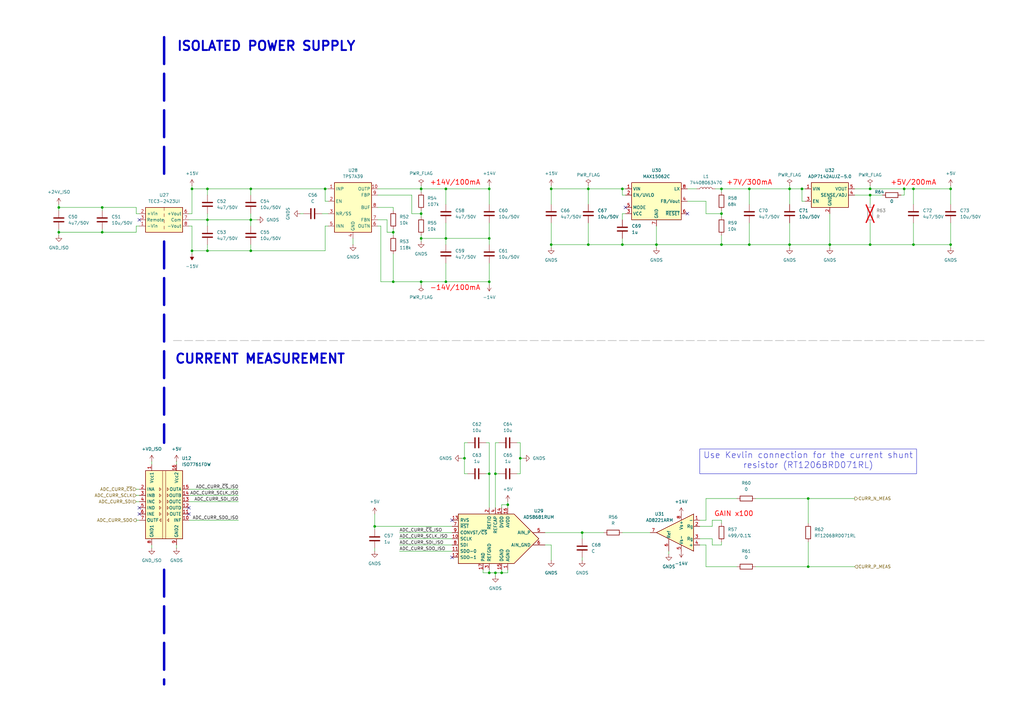
<source format=kicad_sch>
(kicad_sch (version 20250114) (generator "eeschema") (generator_version "9.0")
  (paper "A3")
  (lib_symbols
    (symbol "Analog_ADC:ADS8681RUM" (pin_names (offset 0.762))
      (property "Reference" "U" (at 6.35 13.97 0))
      (property "Value" "ADS8681RUM" (at 6.35 11.43 0))
      (symbol "ADS8681RUM_1_1"
        (pin input line (at -17.78 2.54 0) (length 5.08) (name "AIN_P") (number "5"))
        (pin input line (at -17.78 -2.54 0) (length 5.08) (name "AIN_GND") (number "6"))
        (pin power_in line (at -2.54 12.7 270) (length 2.54) (name "AVDD") (number "16"))
        (pin power_in line (at -2.54 -12.7 90) (length 2.54) (name "AGND") (number "1"))
        (pin power_in line (at 0 12.7 270) (length 2.54) (name "DVDD") (number "14"))
        (pin power_in line (at 0 -12.7 90) (length 2.54) (name "DGND") (number "15"))
        (pin power_in line (at 2.54 12.7 270) (length 2.54) (name "REFCAP") (number "4"))
        (pin passive line (at 5.08 12.7 270) (length 2.54) (name "REFIO") (number "2"))
        (pin power_in line (at 5.08 -12.7 90) (length 2.54) (name "REFGND") (number "3"))
        (pin power_in line (at 7.62 -12.7 90) (length 2.54) (name "PAD") (number "17"))
        (pin output line (at 20.32 7.62 180) (length 2.54) (name "RVS") (number "13"))
        (pin input line (at 20.32 5.08 180) (length 2.54) (name "~{RST}") (number "7"))
        (pin input line (at 20.32 2.54 180) (length 2.54) (name "CONVST/~{CS}") (number "9"))
        (pin input line (at 20.32 0 180) (length 2.54) (name "SCLK") (number "10"))
        (pin input line (at 20.32 -2.54 180) (length 2.54) (name "SDI") (number "8"))
        (pin tri_state line (at 20.32 -5.08 180) (length 2.54) (name "SDO-0") (number "11"))
        (pin tri_state line (at 20.32 -7.62 180) (length 2.54) (name "SDO-1") (number "12"))
      )
    )
    (symbol "Converter_DCDC:TEC3-2423UI"
      (property "Reference" "U" (at -7.62 6.35 0))
      (property "Value" "TEC3-2423UI" (at 1.524 6.35 0))
      (symbol "TEC3-2423UI_0_0"
        (pin power_in line (at -10.16 2.54 0) (length 2.54) (name "+Vin") (number "2"))
        (pin power_in line (at -10.16 -2.54 0) (length 2.54) (name "-Vin") (number "1"))
        (pin no_connect line (at 0 -5.08 90) (length 2.54) (hide yes) (name "NC") (number "5"))
        (pin power_out line (at 10.16 2.54 180) (length 2.54) (name "+Vout") (number "6"))
      )
      (symbol "TEC3-2423UI_1_0"
        (pin input line (at -10.16 0 0) (length 2.54) (name "Remote") (number "3"))
        (pin power_out line (at 10.16 0 180) (length 2.54) (name "Com") (number "7"))
        (pin power_out line (at 10.16 -2.54 180) (length 2.54) (name "-Vout") (number "8"))
      )
    )
    (symbol "Device:C" (pin_numbers (hide yes)) (pin_names (offset 0.254))
      (property "Reference" "C" (at 0.635 2.54 0))
      (property "Value" "C" (at 0.635 -2.54 0))
      (symbol "C_1_1"
        (pin passive line (at 0 3.81 270) (length 2.794) (name "~") (number "1"))
        (pin passive line (at 0 -3.81 90) (length 2.794) (name "~") (number "2"))
      )
    )
    (symbol "Device:L" (pin_numbers (hide yes)) (pin_names (offset 1.016) (hide yes))
      (property "Reference" "L" (at -1.27 0 90))
      (property "Value" "L" (at 1.905 0 90))
      (symbol "L_1_1"
        (pin passive line (at 0 3.81 270) (length 1.27) (name "1") (number "1"))
        (pin passive line (at 0 -3.81 90) (length 1.27) (name "2") (number "2"))
      )
    )
    (symbol "Device:R" (pin_numbers (hide yes)) (pin_names (offset 0))
      (property "Reference" "R" (at 2.032 0 90))
      (property "Value" "R" (at 0 0 90))
      (symbol "R_1_1"
        (pin passive line (at 0 3.81 270) (length 1.27) (name "~") (number "1"))
        (pin passive line (at 0 -3.81 90) (length 1.27) (name "~") (number "2"))
      )
    )
    (symbol "ETH1CVOLT_A:+24V_ISO" (power) (pin_numbers (hide yes)) (pin_names (offset 0) (hide yes))
      (property "Value" "+24V_ISO" (at 0 3.556 0))
      (symbol "+24V_ISO_1_1"
        (pin power_in line (at 0 0 90) (length 0) (name "~") (number "1"))
      )
    )
    (symbol "ETH1CVOLT_A:+VD_ISO" (power) (pin_numbers (hide yes)) (pin_names (offset 0) (hide yes))
      (property "Value" "+VD_ISO" (at 0 3.556 0))
      (symbol "+VD_ISO_1_1"
        (pin power_in line (at 0 0 90) (length 0) (name "~") (number "1"))
      )
    )
    (symbol "ETH1CVOLT_A:GND_ISO" (power) (pin_numbers (hide yes)) (pin_names (offset 0) (hide yes))
      (property "Value" "GND_ISO" (at 0 -3.81 0))
      (symbol "GND_ISO_1_1"
        (pin power_in line (at 0 0 270) (length 0) (name "~") (number "1"))
      )
    )
    (symbol "ETH1CVOLT_B:+14V" (power) (pin_numbers (hide yes)) (pin_names (offset 0) (hide yes))
      (property "Value" "+14V" (at 0 3.556 0))
      (symbol "+14V_1_1"
        (pin power_in line (at 0 0 90) (length 0) (name "~") (number "1"))
      )
    )
    (symbol "ETH1CVOLT_B:-14V" (power) (pin_numbers (hide yes)) (pin_names (offset 0) (hide yes))
      (property "Value" "-14V" (at 0 3.556 0))
      (symbol "-14V_1_1"
        (pin power_in line (at 0 0 90) (length 0) (name "~") (number "1"))
      )
    )
    (symbol "ETH1CVOLT_B:AD8221ARM " (pin_names (offset 0.127))
      (property "Reference" "U" (at 3.81 7.62 0))
      (property "Value" "AD8221ARM" (at 3.81 5.08 0))
      (symbol "AD8221ARM _1_1"
        (pin input line (at -10.16 5.08 0) (length 2.54) (name "-") (number "1"))
        (pin passive line (at -10.16 2.54 0) (length 2.54) (name "Rg") (number "2"))
        (pin passive line (at -10.16 -2.54 0) (length 2.54) (name "Rg") (number "3"))
        (pin input line (at -10.16 -5.08 0) (length 2.54) (name "+") (number "4"))
        (pin power_in line (at -2.54 7.62 270) (length 2.54) (name "Vs+") (number "8"))
        (pin power_in line (at -2.54 -7.62 90) (length 2.54) (name "Vs-") (number "5"))
        (pin passive line (at 2.54 -7.62 90) (length 5.08) (name "Ref") (number "6"))
        (pin output line (at 10.16 0 180) (length 2.54) (name "~") (number "7"))
      )
    )
    (symbol "Isolator:ISO7761FDW"
      (property "Reference" "U" (at 8.255 14.605 0))
      (property "Value" "ISO7761FDW" (at 8.255 12.065 0))
      (symbol "ISO7761FDW_1_1"
        (pin input line (at -10.16 7.62 0) (length 2.54) (name "INA") (number "2"))
        (pin input line (at -10.16 5.08 0) (length 2.54) (name "INB") (number "3"))
        (pin input line (at -10.16 2.54 0) (length 2.54) (name "INC") (number "4"))
        (pin input line (at -10.16 0 0) (length 2.54) (name "IND") (number "5"))
        (pin input line (at -10.16 -2.54 0) (length 2.54) (name "INE") (number "6"))
        (pin output line (at -10.16 -5.08 0) (length 2.54) (name "OUTF") (number "7"))
        (pin power_in line (at -5.08 17.78 270) (length 2.54) (name "Vcc1") (number "1"))
        (pin power_in line (at -5.08 -15.24 90) (length 2.54) (name "GND1") (number "8"))
        (pin power_in line (at 5.08 17.78 270) (length 2.54) (name "Vcc2") (number "16"))
        (pin power_in line (at 5.08 -15.24 90) (length 2.54) (name "GND2") (number "9"))
        (pin output line (at 10.16 7.62 180) (length 2.54) (name "OUTA") (number "15"))
        (pin output line (at 10.16 5.08 180) (length 2.54) (name "OUTB") (number "14"))
        (pin output line (at 10.16 2.54 180) (length 2.54) (name "OUTC") (number "13"))
        (pin output line (at 10.16 0 180) (length 2.54) (name "OUTD") (number "12"))
        (pin output line (at 10.16 -2.54 180) (length 2.54) (name "OUTE") (number "11"))
        (pin input line (at 10.16 -5.08 180) (length 2.54) (name "INF") (number "10"))
      )
    )
    (symbol "Regulator_Linear:ADP7142AUJZ-5.0"
      (property "Reference" "U" (at 0 8.89 0))
      (property "Value" "ADP7142AUJZ-5.0" (at 0 6.35 0))
      (symbol "ADP7142AUJZ-5.0_1_1"
        (pin power_in line (at -10.16 2.54 0) (length 2.54) (name "VIN") (number "1"))
        (pin input line (at -10.16 -2.54 0) (length 2.54) (name "EN") (number "3"))
        (pin power_in line (at 0 -7.62 90) (length 2.54) (name "GND") (number "2"))
        (pin power_out line (at 10.16 2.54 180) (length 2.54) (name "VOUT") (number "5"))
        (pin input line (at 10.16 0 180) (length 2.54) (name "SENSE/ADJ") (number "4"))
      )
    )
    (symbol "Regulator_Linear:TPS7A39"
      (property "Reference" "U" (at 0 13.97 0))
      (property "Value" "TPS7A39" (at 0 11.43 0))
      (symbol "TPS7A39_1_1"
        (pin power_in line (at -10.16 7.62 0) (length 2.54) (name "INP") (number "1"))
        (pin input line (at -10.16 2.54 0) (length 2.54) (name "EN") (number "2"))
        (pin passive line (at -10.16 -2.54 0) (length 2.54) (name "NR/SS") (number "3"))
        (pin power_in line (at -10.16 -7.62 0) (length 2.54) (name "INN") (number "5"))
        (pin passive line (at 0 -12.7 90) (length 2.54) (hide yes) (name "GND") (number "11"))
        (pin power_in line (at 0 -12.7 90) (length 2.54) (name "GND") (number "4"))
        (pin power_out line (at 10.16 7.62 180) (length 2.54) (name "OUTP") (number "10"))
        (pin input line (at 10.16 5.08 180) (length 2.54) (name "FBP") (number "9"))
        (pin output line (at 10.16 0 180) (length 2.54) (name "BUF") (number "8"))
        (pin input line (at 10.16 -5.08 180) (length 2.54) (name "FBN") (number "7"))
        (pin power_out line (at 10.16 -7.62 180) (length 2.54) (name "OUTN") (number "6"))
      )
    )
    (symbol "Regulator_Switching:MAX15062C"
      (property "Reference" "U" (at -10.16 11.43 0))
      (property "Value" "MAX15062C" (at -10.16 8.89 0))
      (symbol "MAX15062C_1_1"
        (pin power_in line (at -12.7 5.08 0) (length 2.54) (name "VIN") (number "1"))
        (pin input line (at -12.7 2.54 0) (length 2.54) (name "EN/UVLO") (number "2"))
        (pin input line (at -12.7 -2.54 0) (length 2.54) (name "MODE") (number "5"))
        (pin power_out line (at -12.7 -5.08 0) (length 2.54) (name "VCC") (number "3"))
        (pin power_in line (at 0 -10.16 90) (length 2.54) (name "GND") (number "7"))
        (pin power_out line (at 12.7 5.08 180) (length 2.54) (name "LX") (number "8"))
        (pin input line (at 12.7 0 180) (length 2.54) (name "FB/Vout") (number "4"))
        (pin open_collector line (at 12.7 -5.08 180) (length 2.54) (name "~{RESET}") (number "6"))
      )
    )
    (symbol "power:+15V" (power) (pin_numbers (hide yes)) (pin_names (offset 0) (hide yes))
      (property "Value" "+15V" (at 0 3.556 0))
      (symbol "+15V_1_1"
        (pin power_in line (at 0 0 90) (length 0) (name "~") (number "1"))
      )
    )
    (symbol "power:+5V" (power) (pin_numbers (hide yes)) (pin_names (offset 0) (hide yes))
      (property "Value" "+5V" (at 0 3.556 0))
      (symbol "+5V_1_1"
        (pin power_in line (at 0 0 90) (length 0) (name "~") (number "1"))
      )
    )
    (symbol "power:-15V" (power) (pin_numbers (hide yes)) (pin_names (offset 0) (hide yes))
      (property "Value" "-15V" (at 0 3.556 0))
      (symbol "-15V_0_0"
        (pin power_in line (at 0 0 90) (length 0) (name "~") (number "1"))
      )
    )
    (symbol "power:GNDS" (power) (pin_numbers (hide yes)) (pin_names (offset 0) (hide yes))
      (property "Value" "GNDS" (at 0 -3.81 0))
      (symbol "GNDS_1_1"
        (pin power_in line (at 0 0 270) (length 0) (name "~") (number "1"))
      )
    )
    (symbol "power:PWR_FLAG" (power) (pin_numbers (hide yes)) (pin_names (offset 0) (hide yes))
      (property "Value" "PWR_FLAG" (at 0 3.81 0))
      (symbol "PWR_FLAG_0_0"
        (pin power_out line (at 0 0 90) (length 0) (name "~") (number "1"))
      )
    )
  )
  (text "CURRENT MEASUREMENT" (at 106.68 147.32 0) (effects (font (size 3.81 3.81) (thickness 0.762) (bold yes))))
  (text "+7V/300mA" (at 307.34 74.93 0) (effects (font (size 2.032 2.032) (thickness 0.254) (bold yes))))
  (text "+5V/200mA" (at 374.65 74.93 0) (effects (font (size 2.032 2.032) (thickness 0.254) (bold yes))))
  (text "-14V/100mA" (at 186.69 118.11 0) (effects (font (size 2.032 2.032) (thickness 0.254) (bold yes))))
  (text "GAIN x100\n" (at 300.99 210.82 0) (effects (font (size 2.032 2.032) (thickness 0.254) (bold yes))))
  (text "+14V/100mA" (at 186.69 74.93 0) (effects (font (size 2.032 2.032) (thickness 0.254) (bold yes))))
  (text "ISOLATED POWER SUPPLY" (at 109.22 19.05 0) (effects (font (size 3.81 3.81) (thickness 0.762) (bold yes))))
  (text_box "Use Kevlin connection for the current shunt resistor (RT1206BRD071RL)" (at 287.02 184.15 0) (size 88.9 10.16) (margins 0.9525 0.9525 0.9525 0.9525) (effects (font (size 2.54 2.54)) (justify top)))
  (junction (at 41.91 95.25))
  (junction (at 389.89 77.47))
  (junction (at 307.34 100.33))
  (junction (at 102.87 102.87))
  (junction (at 190.5 187.96))
  (junction (at 323.85 100.33))
  (junction (at 85.09 90.17))
  (junction (at 102.87 90.17))
  (junction (at 226.06 100.33))
  (junction (at 41.91 85.09))
  (junction (at 200.66 115.57))
  (junction (at 102.87 77.47))
  (junction (at 78.74 102.87))
  (junction (at 24.13 85.09))
  (junction (at 203.2 234.95))
  (junction (at 269.24 100.33))
  (junction (at 85.09 77.47))
  (junction (at 182.88 77.47))
  (junction (at 340.36 100.33))
  (junction (at 331.47 204.47))
  (junction (at 172.72 115.57))
  (junction (at 133.35 77.47))
  (junction (at 182.88 115.57))
  (junction (at 172.72 97.79))
  (junction (at 356.87 100.33))
  (junction (at 203.2 194.31))
  (junction (at 255.27 77.47))
  (junction (at 153.67 215.9))
  (junction (at 328.93 77.47))
  (junction (at 85.09 102.87))
  (junction (at 78.74 77.47))
  (junction (at 213.36 187.96))
  (junction (at 172.72 87.63))
  (junction (at 172.72 77.47))
  (junction (at 200.66 194.31))
  (junction (at 374.65 77.47))
  (junction (at 331.47 232.41))
  (junction (at 255.27 100.33))
  (junction (at 161.29 115.57))
  (junction (at 200.66 97.79))
  (junction (at 182.88 97.79))
  (junction (at 241.3 100.33))
  (junction (at 295.91 87.63))
  (junction (at 295.91 77.47))
  (junction (at 307.34 77.47))
  (junction (at 323.85 77.47))
  (junction (at 295.91 100.33))
  (junction (at 374.65 100.33))
  (junction (at 238.76 218.44))
  (junction (at 200.66 234.95))
  (junction (at 200.66 77.47))
  (junction (at 370.84 77.47))
  (junction (at 205.74 234.95))
  (junction (at 356.87 77.47))
  (junction (at 356.87 80.01))
  (junction (at 226.06 77.47))
  (junction (at 208.28 207.01))
  (junction (at 161.29 95.25))
  (junction (at 241.3 77.47))
  (junction (at 389.89 100.33))
  (junction (at 24.13 95.25))
  (no_connect (at 57.15 210.82))
  (no_connect (at 77.47 208.28))
  (no_connect (at 256.54 85.09))
  (no_connect (at 281.94 87.63))
  (no_connect (at 77.47 210.82))
  (no_connect (at 185.42 228.6))
  (no_connect (at 185.42 213.36))
  (no_connect (at 57.15 208.28))
  (no_connect (at 57.15 90.17))
  (wire (pts (xy 323.85 100.33) (xy 323.85 101.6)))
  (wire (pts (xy 78.74 102.87) (xy 78.74 104.14)))
  (wire (pts (xy 154.94 77.47) (xy 172.72 77.47)))
  (wire (pts (xy 331.47 204.47) (xy 331.47 214.63)))
  (wire (pts (xy 77.47 203.2) (xy 97.79 203.2)))
  (wire (pts (xy 55.88 85.09) (xy 41.91 85.09)))
  (wire (pts (xy 213.36 194.31) (xy 212.09 194.31)))
  (wire (pts (xy 331.47 232.41) (xy 350.52 232.41)))
  (wire (pts (xy 287.02 215.9) (xy 292.1 215.9)))
  (wire (pts (xy 200.66 194.31) (xy 199.39 194.31)))
  (wire (pts (xy 226.06 76.2) (xy 226.06 77.47)))
  (wire (pts (xy 212.09 181.61) (xy 213.36 181.61)))
  (wire (pts (xy 132.08 87.63) (xy 134.62 87.63)))
  (wire (pts (xy 55.88 95.25) (xy 55.88 92.71)))
  (wire (pts (xy 323.85 76.2) (xy 323.85 77.47)))
  (wire (pts (xy 238.76 228.6) (xy 238.76 229.87)))
  (wire (pts (xy 323.85 83.82) (xy 323.85 77.47)))
  (wire (pts (xy 200.66 107.95) (xy 200.66 115.57)))
  (wire (pts (xy 77.47 87.63) (xy 78.74 87.63)))
  (wire (pts (xy 205.74 207.01) (xy 208.28 207.01)))
  (wire (pts (xy 292.1 223.52) (xy 292.1 220.98)))
  (wire (pts (xy 198.12 234.95) (xy 200.66 234.95)))
  (wire (pts (xy 226.06 77.47) (xy 241.3 77.47)))
  (wire (pts (xy 41.91 85.09) (xy 41.91 86.36)))
  (wire (pts (xy 374.65 100.33) (xy 389.89 100.33)))
  (wire (pts (xy 213.36 187.96) (xy 213.36 194.31)))
  (wire (pts (xy 370.84 80.01) (xy 369.57 80.01)))
  (wire (pts (xy 389.89 76.2) (xy 389.89 77.47)))
  (wire (pts (xy 340.36 100.33) (xy 340.36 87.63)))
  (wire (pts (xy 102.87 100.33) (xy 102.87 102.87)))
  (wire (pts (xy 172.72 115.57) (xy 182.88 115.57)))
  (wire (pts (xy 153.67 215.9) (xy 185.42 215.9)))
  (wire (pts (xy 389.89 100.33) (xy 389.89 101.6)))
  (wire (pts (xy 134.62 92.71) (xy 133.35 92.71)))
  (wire (pts (xy 331.47 232.41) (xy 331.47 222.25)))
  (wire (pts (xy 226.06 100.33) (xy 226.06 101.6)))
  (wire (pts (xy 350.52 77.47) (xy 356.87 77.47)))
  (wire (pts (xy 295.91 222.25) (xy 295.91 223.52)))
  (wire (pts (xy 241.3 100.33) (xy 255.27 100.33)))
  (wire (pts (xy 102.87 87.63) (xy 102.87 90.17)))
  (wire (pts (xy 309.88 204.47) (xy 331.47 204.47)))
  (wire (pts (xy 156.21 92.71) (xy 156.21 115.57)))
  (wire (pts (xy 182.88 107.95) (xy 182.88 115.57)))
  (wire (pts (xy 133.35 77.47) (xy 133.35 82.55)))
  (wire (pts (xy 163.83 223.52) (xy 185.42 223.52)))
  (wire (pts (xy 340.36 100.33) (xy 356.87 100.33)))
  (wire (pts (xy 213.36 187.96) (xy 214.63 187.96)))
  (wire (pts (xy 133.35 92.71) (xy 133.35 102.87)))
  (wire (pts (xy 102.87 77.47) (xy 133.35 77.47)))
  (wire (pts (xy 241.3 77.47) (xy 241.3 83.82)))
  (wire (pts (xy 78.74 76.2) (xy 78.74 77.47)))
  (wire (pts (xy 374.65 91.44) (xy 374.65 100.33)))
  (wire (pts (xy 200.66 77.47) (xy 200.66 83.82)))
  (wire (pts (xy 55.88 200.66) (xy 57.15 200.66)))
  (wire (pts (xy 281.94 77.47) (xy 285.75 77.47)))
  (wire (pts (xy 241.3 76.2) (xy 241.3 77.47)))
  (wire (pts (xy 295.91 77.47) (xy 307.34 77.47)))
  (wire (pts (xy 255.27 77.47) (xy 256.54 77.47)))
  (wire (pts (xy 190.5 194.31) (xy 191.77 194.31)))
  (wire (pts (xy 323.85 100.33) (xy 323.85 91.44)))
  (wire (pts (xy 123.19 87.63) (xy 124.46 87.63)))
  (wire (pts (xy 269.24 100.33) (xy 295.91 100.33)))
  (wire (pts (xy 172.72 76.2) (xy 172.72 77.47)))
  (wire (pts (xy 340.36 100.33) (xy 340.36 101.6)))
  (wire (pts (xy 55.88 203.2) (xy 57.15 203.2)))
  (wire (pts (xy 309.88 232.41) (xy 331.47 232.41)))
  (wire (pts (xy 223.52 223.52) (xy 226.06 223.52)))
  (wire (pts (xy 238.76 218.44) (xy 238.76 220.98)))
  (wire (pts (xy 295.91 86.36) (xy 295.91 87.63)))
  (wire (pts (xy 374.65 77.47) (xy 374.65 83.82)))
  (wire (pts (xy 213.36 181.61) (xy 213.36 187.96)))
  (wire (pts (xy 62.23 189.23) (xy 62.23 190.5)))
  (wire (pts (xy 203.2 234.95) (xy 205.74 234.95)))
  (wire (pts (xy 161.29 93.98) (xy 161.29 95.25)))
  (wire (pts (xy 255.27 97.79) (xy 255.27 100.33)))
  (wire (pts (xy 289.56 223.52) (xy 289.56 232.41)))
  (wire (pts (xy 295.91 96.52) (xy 295.91 100.33)))
  (wire (pts (xy 356.87 91.44) (xy 356.87 100.33)))
  (wire (pts (xy 293.37 77.47) (xy 295.91 77.47)))
  (wire (pts (xy 105.41 90.17) (xy 102.87 90.17)))
  (wire (pts (xy 41.91 95.25) (xy 55.88 95.25)))
  (wire (pts (xy 205.74 234.95) (xy 208.28 234.95)))
  (wire (pts (xy 144.78 97.79) (xy 144.78 100.33)))
  (wire (pts (xy 154.94 85.09) (xy 161.29 85.09)))
  (wire (pts (xy 156.21 115.57) (xy 161.29 115.57)))
  (wire (pts (xy 307.34 100.33) (xy 295.91 100.33)))
  (wire (pts (xy 78.74 102.87) (xy 85.09 102.87)))
  (wire (pts (xy 328.93 77.47) (xy 330.2 77.47)))
  (wire (pts (xy 161.29 95.25) (xy 161.29 96.52)))
  (wire (pts (xy 389.89 100.33) (xy 389.89 91.44)))
  (wire (pts (xy 203.2 194.31) (xy 204.47 194.31)))
  (wire (pts (xy 226.06 229.87) (xy 226.06 223.52)))
  (wire (pts (xy 154.94 80.01) (xy 168.91 80.01)))
  (wire (pts (xy 307.34 100.33) (xy 307.34 91.44)))
  (wire (pts (xy 55.88 213.36) (xy 57.15 213.36)))
  (wire (pts (xy 328.93 77.47) (xy 328.93 82.55)))
  (wire (pts (xy 274.32 226.06) (xy 274.32 227.33)))
  (wire (pts (xy 203.2 234.95) (xy 203.2 236.22)))
  (wire (pts (xy 255.27 87.63) (xy 255.27 90.17)))
  (wire (pts (xy 72.39 223.52) (xy 72.39 224.79)))
  (wire (pts (xy 62.23 223.52) (xy 62.23 224.79)))
  (wire (pts (xy 323.85 100.33) (xy 340.36 100.33)))
  (wire (pts (xy 85.09 90.17) (xy 77.47 90.17)))
  (wire (pts (xy 389.89 77.47) (xy 374.65 77.47)))
  (wire (pts (xy 331.47 204.47) (xy 350.52 204.47)))
  (wire (pts (xy 190.5 187.96) (xy 190.5 194.31)))
  (wire (pts (xy 307.34 77.47) (xy 323.85 77.47)))
  (wire (pts (xy 182.88 97.79) (xy 200.66 97.79)))
  (wire (pts (xy 238.76 218.44) (xy 247.65 218.44)))
  (wire (pts (xy 182.88 91.44) (xy 182.88 97.79)))
  (polyline (pts (xy 67.31 15.24) (xy 67.31 74.93)) (stroke (width 1) (type dash)))
  (wire (pts (xy 190.5 187.96) (xy 189.23 187.96)))
  (wire (pts (xy 77.47 200.66) (xy 97.79 200.66)))
  (wire (pts (xy 323.85 77.47) (xy 328.93 77.47)))
  (wire (pts (xy 350.52 80.01) (xy 356.87 80.01)))
  (wire (pts (xy 208.28 233.68) (xy 208.28 234.95)))
  (wire (pts (xy 55.88 92.71) (xy 57.15 92.71)))
  (wire (pts (xy 102.87 90.17) (xy 102.87 92.71)))
  (wire (pts (xy 72.39 189.23) (xy 72.39 190.5)))
  (wire (pts (xy 208.28 205.74) (xy 208.28 207.01)))
  (wire (pts (xy 256.54 87.63) (xy 255.27 87.63)))
  (wire (pts (xy 200.66 181.61) (xy 200.66 194.31)))
  (wire (pts (xy 255.27 218.44) (xy 266.7 218.44)))
  (wire (pts (xy 78.74 92.71) (xy 78.74 102.87)))
  (wire (pts (xy 370.84 77.47) (xy 374.65 77.47)))
  (wire (pts (xy 102.87 90.17) (xy 85.09 90.17)))
  (wire (pts (xy 256.54 80.01) (xy 255.27 80.01)))
  (wire (pts (xy 85.09 102.87) (xy 102.87 102.87)))
  (wire (pts (xy 356.87 76.2) (xy 356.87 77.47)))
  (polyline (pts (xy 67.31 99.06) (xy 67.31 181.61)) (stroke (width 1) (type dash)))
  (wire (pts (xy 163.83 220.98) (xy 185.42 220.98)))
  (wire (pts (xy 102.87 77.47) (xy 102.87 80.01)))
  (wire (pts (xy 85.09 87.63) (xy 85.09 90.17)))
  (wire (pts (xy 161.29 85.09) (xy 161.29 86.36)))
  (wire (pts (xy 172.72 86.36) (xy 172.72 87.63)))
  (wire (pts (xy 287.02 213.36) (xy 289.56 213.36)))
  (wire (pts (xy 163.83 218.44) (xy 185.42 218.44)))
  (wire (pts (xy 356.87 80.01) (xy 361.95 80.01)))
  (wire (pts (xy 153.67 215.9) (xy 153.67 217.17)))
  (wire (pts (xy 255.27 100.33) (xy 269.24 100.33)))
  (wire (pts (xy 172.72 115.57) (xy 172.72 116.84)))
  (wire (pts (xy 287.02 223.52) (xy 289.56 223.52)))
  (wire (pts (xy 200.66 76.2) (xy 200.66 77.47)))
  (wire (pts (xy 226.06 83.82) (xy 226.06 77.47)))
  (wire (pts (xy 168.91 87.63) (xy 172.72 87.63)))
  (wire (pts (xy 330.2 82.55) (xy 328.93 82.55)))
  (wire (pts (xy 182.88 115.57) (xy 200.66 115.57)))
  (wire (pts (xy 241.3 91.44) (xy 241.3 100.33)))
  (wire (pts (xy 24.13 85.09) (xy 24.13 86.36)))
  (wire (pts (xy 78.74 87.63) (xy 78.74 77.47)))
  (wire (pts (xy 295.91 87.63) (xy 289.56 87.63)))
  (wire (pts (xy 200.66 234.95) (xy 203.2 234.95)))
  (wire (pts (xy 370.84 77.47) (xy 370.84 80.01)))
  (wire (pts (xy 77.47 92.71) (xy 78.74 92.71)))
  (wire (pts (xy 182.88 97.79) (xy 182.88 100.33)))
  (wire (pts (xy 85.09 90.17) (xy 85.09 92.71)))
  (wire (pts (xy 77.47 205.74) (xy 97.79 205.74)))
  (wire (pts (xy 255.27 80.01) (xy 255.27 77.47)))
  (wire (pts (xy 172.72 87.63) (xy 172.72 88.9)))
  (wire (pts (xy 287.02 220.98) (xy 292.1 220.98)))
  (wire (pts (xy 389.89 83.82) (xy 389.89 77.47)))
  (wire (pts (xy 153.67 210.82) (xy 153.67 215.9)))
  (wire (pts (xy 172.72 77.47) (xy 172.72 78.74)))
  (polyline (pts (xy 67.31 233.68) (xy 67.31 280.67)) (stroke (width 1) (type dash)))
  (wire (pts (xy 133.35 77.47) (xy 134.62 77.47)))
  (wire (pts (xy 172.72 97.79) (xy 172.72 99.06)))
  (wire (pts (xy 226.06 100.33) (xy 241.3 100.33)))
  (wire (pts (xy 156.21 92.71) (xy 154.94 92.71)))
  (wire (pts (xy 289.56 87.63) (xy 289.56 82.55)))
  (wire (pts (xy 161.29 95.25) (xy 158.75 95.25)))
  (wire (pts (xy 289.56 213.36) (xy 289.56 204.47)))
  (wire (pts (xy 55.88 87.63) (xy 55.88 85.09)))
  (wire (pts (xy 24.13 83.82) (xy 24.13 85.09)))
  (wire (pts (xy 295.91 223.52) (xy 292.1 223.52)))
  (wire (pts (xy 356.87 80.01) (xy 356.87 83.82)))
  (wire (pts (xy 292.1 215.9) (xy 292.1 213.36)))
  (wire (pts (xy 203.2 181.61) (xy 203.2 194.31)))
  (wire (pts (xy 289.56 82.55) (xy 281.94 82.55)))
  (wire (pts (xy 292.1 213.36) (xy 295.91 213.36)))
  (wire (pts (xy 168.91 80.01) (xy 168.91 87.63)))
  (wire (pts (xy 289.56 232.41) (xy 302.26 232.41)))
  (wire (pts (xy 226.06 91.44) (xy 226.06 100.33)))
  (wire (pts (xy 161.29 115.57) (xy 172.72 115.57)))
  (wire (pts (xy 134.62 82.55) (xy 133.35 82.55)))
  (wire (pts (xy 153.67 224.79) (xy 153.67 226.06)))
  (wire (pts (xy 161.29 104.14) (xy 161.29 115.57)))
  (wire (pts (xy 24.13 95.25) (xy 24.13 96.52)))
  (wire (pts (xy 85.09 77.47) (xy 102.87 77.47)))
  (wire (pts (xy 241.3 77.47) (xy 255.27 77.47)))
  (wire (pts (xy 55.88 205.74) (xy 57.15 205.74)))
  (wire (pts (xy 203.2 194.31) (xy 203.2 208.28)))
  (wire (pts (xy 307.34 83.82) (xy 307.34 77.47)))
  (wire (pts (xy 356.87 100.33) (xy 374.65 100.33)))
  (wire (pts (xy 198.12 233.68) (xy 198.12 234.95)))
  (wire (pts (xy 191.77 181.61) (xy 190.5 181.61)))
  (wire (pts (xy 295.91 77.47) (xy 295.91 78.74)))
  (wire (pts (xy 200.66 97.79) (xy 200.66 100.33)))
  (wire (pts (xy 200.66 233.68) (xy 200.66 234.95)))
  (wire (pts (xy 205.74 233.68) (xy 205.74 234.95)))
  (wire (pts (xy 295.91 87.63) (xy 295.91 88.9)))
  (wire (pts (xy 203.2 181.61) (xy 204.47 181.61)))
  (wire (pts (xy 200.66 115.57) (xy 200.66 116.84)))
  (wire (pts (xy 24.13 93.98) (xy 24.13 95.25)))
  (wire (pts (xy 356.87 77.47) (xy 370.84 77.47)))
  (wire (pts (xy 208.28 207.01) (xy 208.28 208.28)))
  (wire (pts (xy 85.09 77.47) (xy 85.09 80.01)))
  (wire (pts (xy 57.15 87.63) (xy 55.88 87.63)))
  (wire (pts (xy 223.52 218.44) (xy 238.76 218.44)))
  (wire (pts (xy 78.74 77.47) (xy 85.09 77.47)))
  (wire (pts (xy 289.56 204.47) (xy 302.26 204.47)))
  (wire (pts (xy 163.83 226.06) (xy 185.42 226.06)))
  (wire (pts (xy 77.47 213.36) (xy 97.79 213.36)))
  (wire (pts (xy 24.13 95.25) (xy 41.91 95.25)))
  (wire (pts (xy 41.91 85.09) (xy 24.13 85.09)))
  (wire (pts (xy 158.75 95.25) (xy 158.75 90.17)))
  (wire (pts (xy 182.88 77.47) (xy 200.66 77.47)))
  (wire (pts (xy 295.91 213.36) (xy 295.91 214.63)))
  (wire (pts (xy 200.66 181.61) (xy 199.39 181.61)))
  (wire (pts (xy 269.24 100.33) (xy 269.24 101.6)))
  (wire (pts (xy 85.09 100.33) (xy 85.09 102.87)))
  (wire (pts (xy 269.24 92.71) (xy 269.24 100.33)))
  (wire (pts (xy 154.94 90.17) (xy 158.75 90.17)))
  (wire (pts (xy 200.66 194.31) (xy 200.66 208.28)))
  (wire (pts (xy 172.72 96.52) (xy 172.72 97.79)))
  (wire (pts (xy 41.91 93.98) (xy 41.91 95.25)))
  (wire (pts (xy 172.72 77.47) (xy 182.88 77.47)))
  (polyline (pts (xy 71.12 139.7) (xy 403.86 139.7)) (stroke (width 0.3048) (type dash) (color 194 194 194 1)))
  (wire (pts (xy 205.74 207.01) (xy 205.74 208.28)))
  (wire (pts (xy 190.5 181.61) (xy 190.5 187.96)))
  (wire (pts (xy 102.87 102.87) (xy 133.35 102.87)))
  (wire (pts (xy 182.88 77.47) (xy 182.88 83.82)))
  (wire (pts (xy 172.72 97.79) (xy 182.88 97.79)))
  (wire (pts (xy 323.85 100.33) (xy 307.34 100.33)))
  (wire (pts (xy 200.66 91.44) (xy 200.66 97.79)))
  (label "ADC_CURR_SDO_ISO" (at 163.83 226.06 0))
  (label "ADC_CURR_SDI_ISO" (at 97.79 205.74 180))
  (label "ADC_CURR_SDO_ISO" (at 97.79 213.36 180))
  (label "ADC_CURR_SCLK_ISO" (at 97.79 203.2 180))
  (label "ADC_CURR_SDI_ISO" (at 163.83 223.52 0))
  (label "ADC_CURR_~{CS}_ISO" (at 97.79 200.66 180))
  (label "ADC_CURR_SCLK_ISO" (at 163.83 220.98 0))
  (label "ADC_CURR_~{CS}_ISO" (at 163.83 218.44 0))
  (hierarchical_label "ADC_CURR_SCLK" (shape input) (at 55.88 203.2 180))
  (hierarchical_label "CURR_N_MEAS" (shape output) (at 350.52 204.47 0))
  (hierarchical_label "ADC_CURR_~{CS}" (shape input) (at 55.88 200.66 180))
  (hierarchical_label "ADC_CURR_SDI" (shape input) (at 55.88 205.74 180))
  (hierarchical_label "ADC_CURR_SDO" (shape output) (at 55.88 213.36 180))
  (hierarchical_label "CURR_P_MEAS" (shape input) (at 350.52 232.41 0))
  (symbol (lib_id "Device:C") (at 255.27 93.98 0) (unit 1)
    (property "Reference" "C69" (at 259.08 92.7099 0) (effects (justify left)))
    (property "Value" "1u" (at 259.08 95.2499 0) (effects (justify left)))
    (property "Footprint" "Capacitor_SMD:C_0603_1608Metric_Pad1.08x0.95mm_HandSolder" (effects (hide yes)))
    (property "Description" "Unpolarized capacitor" (effects (hide yes)))
  )
  (symbol (lib_id "power:GNDS") (at 105.41 90.17 90) (unit 1)
    (property "Reference" "#PWR0158" (effects (hide yes)))
    (property "Value" "GNDS" (at 109.22 90.1699 90) (effects (justify right)))
    (property "Description" "Power symbol creates a global label with name \"GNDS\" , signal ground" (effects (hide yes)))
  )
  (symbol (lib_id "Device:C") (at 128.27 87.63 90) (unit 1)
    (property "Reference" "C56" (at 128.27 80.01 90))
    (property "Value" "C" (at 128.27 82.55 90))
    (property "Description" "Unpolarized capacitor" (effects (hide yes)))
  )
  (symbol (lib_id "Analog_ADC:ADS8681RUM") (at 205.74 220.98 0) (mirror y) (unit 1)
    (property "Reference" "U29" (at 220.98 209.55 0))
    (property "Value" "ADS8681RUM" (at 220.98 212.09 0))
    (property "Footprint" "Package_DFN_QFN:QFN-16-1EP_4x4mm_P0.65mm_EP2.7x2.7mm" (effects (hide yes)))
    (property "Datasheet" "http://www.ti.com/lit/ds/symlink/ads8681.pdf" (effects (hide yes)))
    (property "Description" "16-Bit, High-Speed, Single-Supply, SAR ADC Data Acquisition System with Programmable, Bipolar Input Ranges, 1MSPS, QFN-16" (effects (hide yes)))
  )
  (symbol (lib_id "Device:R") (at 161.29 100.33 0) (unit 1)
    (property "Reference" "R53" (at 163.83 99.0599 0) (effects (justify left)))
    (property "Value" "118k" (at 163.83 101.5999 0) (effects (justify left)))
    (property "Footprint" "Resistor_SMD:R_0603_1608Metric_Pad0.98x0.95mm_HandSolder" (effects (hide yes)))
    (property "Description" "Resistor" (effects (hide yes)))
  )
  (symbol (lib_id "power:PWR_FLAG") (at 241.3 76.2 0) (unit 1)
    (property "Reference" "#FLG05" (effects (hide yes)))
    (property "Value" "PWR_FLAG" (at 241.3 71.755 0))
    (property "Description" "Special symbol for telling ERC where power comes from" (effects (hide yes)))
  )
  (symbol (lib_id "Device:C") (at 226.06 87.63 0) (unit 1)
    (property "Reference" "C66" (at 229.87 86.3599 0) (effects (justify left)))
    (property "Value" "4u7/50V" (at 229.87 88.8999 0) (effects (justify left)))
    (property "Footprint" "Capacitor_SMD:C_1210_3225Metric_Pad1.33x2.70mm_HandSolder" (effects (hide yes)))
    (property "Description" "Unpolarized capacitor" (effects (hide yes)))
  )
  (symbol (lib_id "Device:C") (at 85.09 96.52 0) (unit 1)
    (property "Reference" "C53" (at 88.9 95.2499 0) (effects (justify left)))
    (property "Value" "4u7/50V" (at 88.9 97.7899 0) (effects (justify left)))
    (property "Footprint" "Capacitor_SMD:C_1210_3225Metric_Pad1.33x2.70mm_HandSolder" (effects (hide yes)))
    (property "Description" "Unpolarized capacitor" (effects (hide yes)))
  )
  (symbol (lib_id "Regulator_Linear:TPS7A39") (at 144.78 85.09 0) (unit 1)
    (property "Reference" "U28" (at 144.78 69.85 0))
    (property "Value" "TPS7A39" (at 144.78 72.39 0))
    (property "Footprint" "Package_SON:Texas_S-PVSON-N10_ThermalVias" (effects (hide yes)))
    (property "Datasheet" "https://www.ti.com/lit/ds/symlink/tps7a39.pdf" (effects (hide yes)))
    (property "Description" "Dual, 150-mA, ±3.3V to ±33V Input, +1.2V to +30V and -30V to 0V Output, Wide VIN Positive and Negative LDO Voltage Regulator, 3x3mm WSON-10 package" (effects (hide yes)))
  )
  (symbol (lib_id "power:+5V") (at 389.89 76.2 0) (unit 1)
    (property "Reference" "#PWR0180" (effects (hide yes)))
    (property "Value" "+5V" (at 389.89 71.12 0))
    (property "Description" "Power symbol creates a global label with name \"+5V\"" (effects (hide yes)))
  )
  (symbol (lib_id "power:GNDS") (at 226.06 229.87 0) (unit 1)
    (property "Reference" "#PWR0172" (effects (hide yes)))
    (property "Value" "GNDS" (at 226.06 234.95 0))
    (property "Description" "Power symbol creates a global label with name \"GNDS\" , signal ground" (effects (hide yes)))
  )
  (symbol (lib_id "ETH1CVOLT_A:GND_ISO") (at 62.23 224.79 0) (unit 1)
    (property "Reference" "#PWR0151" (effects (hide yes)))
    (property "Value" "GND_ISO" (at 62.23 229.87 0))
    (property "Description" "Power symbol creates a global label with name \"GND\" , ground" (effects (hide yes)))
  )
  (symbol (lib_id "power:GNDS") (at 189.23 187.96 270) (mirror x) (unit 1)
    (property "Reference" "#PWR0166" (effects (hide yes)))
    (property "Value" "GNDS" (at 185.42 187.9599 90) (effects (justify right)))
    (property "Description" "Power symbol creates a global label with name \"GNDS\" , signal ground" (effects (hide yes)))
  )
  (symbol (lib_id "power:+15V") (at 78.74 76.2 0) (unit 1)
    (property "Reference" "#PWR0156" (effects (hide yes)))
    (property "Value" "+15V" (at 78.74 71.12 0))
    (property "Description" "Power symbol creates a global label with name \"+15V\"" (effects (hide yes)))
  )
  (symbol (lib_id "Device:R") (at 295.91 92.71 0) (unit 1)
    (property "Reference" "R59" (at 298.45 91.4399 0) (effects (justify left)))
    (property "Value" "10k" (at 298.45 93.9799 0) (effects (justify left)))
    (property "Footprint" "Resistor_SMD:R_0603_1608Metric_Pad0.98x0.95mm_HandSolder" (effects (hide yes)))
    (property "Description" "Resistor" (effects (hide yes)))
  )
  (symbol (lib_id "Device:C") (at 374.65 87.63 0) (unit 1)
    (property "Reference" "C72" (at 378.46 86.3599 0) (effects (justify left)))
    (property "Value" "4u7/50V" (at 378.46 88.8999 0) (effects (justify left)))
    (property "Footprint" "Capacitor_SMD:C_1210_3225Metric_Pad1.33x2.70mm_HandSolder" (effects (hide yes)))
    (property "Description" "Unpolarized capacitor" (effects (hide yes)))
  )
  (symbol (lib_id "Device:C") (at 85.09 83.82 0) (unit 1)
    (property "Reference" "C52" (at 88.9 82.5499 0) (effects (justify left)))
    (property "Value" "4u7/50V" (at 88.9 85.0899 0) (effects (justify left)))
    (property "Footprint" "Capacitor_SMD:C_1210_3225Metric_Pad1.33x2.70mm_HandSolder" (effects (hide yes)))
    (property "Description" "Unpolarized capacitor" (effects (hide yes)))
  )
  (symbol (lib_id "power:PWR_FLAG") (at 356.87 76.2 0) (unit 1)
    (property "Reference" "#FLG07" (effects (hide yes)))
    (property "Value" "PWR_FLAG" (at 356.87 71.755 0))
    (property "Description" "Special symbol for telling ERC where power comes from" (effects (hide yes)))
  )
  (symbol (lib_id "Device:R") (at 306.07 232.41 90) (unit 1)
    (property "Reference" "R61" (at 306.07 226.06 90))
    (property "Value" "0" (at 306.07 228.6 90))
    (property "Description" "Resistor" (effects (hide yes)))
  )
  (symbol (lib_id "power:GNDS") (at 323.85 101.6 0) (unit 1)
    (property "Reference" "#PWR0178" (effects (hide yes)))
    (property "Value" "GNDS" (at 323.85 106.68 0))
    (property "Description" "Power symbol creates a global label with name \"GNDS\" , signal ground" (effects (hide yes)))
  )
  (symbol (lib_id "ETH1CVOLT_B:+14V") (at 279.4 210.82 0) (unit 1)
    (property "Reference" "#PWR0176" (effects (hide yes)))
    (property "Value" "+14V" (at 279.4 205.74 0))
    (property "Description" "Power symbol" (effects (hide yes)))
  )
  (symbol (lib_id "ETH1CVOLT_B:-14V") (at 200.66 116.84 180) (unit 1)
    (property "Reference" "#PWR0165" (effects (hide yes)))
    (property "Value" "-14V" (at 200.66 121.92 0))
    (property "Description" "Power symbol" (effects (hide yes)))
  )
  (symbol (lib_id "Device:C") (at 195.58 181.61 270) (mirror x) (unit 1)
    (property "Reference" "C62" (at 195.58 173.99 90))
    (property "Value" "10u" (at 195.58 176.53 90))
    (property "Description" "Unpolarized capacitor" (effects (hide yes)))
  )
  (symbol (lib_id "power:GNDS") (at 226.06 101.6 0) (unit 1)
    (property "Reference" "#PWR0170" (effects (hide yes)))
    (property "Value" "GNDS" (at 226.06 106.68 0))
    (property "Description" "Power symbol creates a global label with name \"GNDS\" , signal ground" (effects (hide yes)))
  )
  (symbol (lib_id "Regulator_Linear:ADP7142AUJZ-5.0") (at 340.36 80.01 0) (unit 1)
    (property "Reference" "U32" (at 340.36 69.85 0))
    (property "Value" "ADP7142AUJZ-5.0" (at 340.36 72.39 0))
    (property "Footprint" "Package_TO_SOT_SMD:TSOT-23-5" (effects (hide yes)))
    (property "Datasheet" "https://www.analog.com/media/en/technical-documentation/data-sheets/ADP7142.pdf" (effects (hide yes)))
    (property "Description" "200mA, Low Noise, CMOS Low Dropout Regulator, Positive, 5.0V Fixed Output, TSOT-23-5" (effects (hide yes)))
  )
  (symbol (lib_id "Device:R") (at 251.46 218.44 90) (unit 1)
    (property "Reference" "R56" (at 251.46 212.09 90))
    (property "Value" "R" (at 251.46 214.63 90))
    (property "Description" "Resistor" (effects (hide yes)))
  )
  (symbol (lib_id "ETH1CVOLT_A:+24V_ISO") (at 24.13 83.82 0) (unit 1)
    (property "Reference" "#PWR0154" (effects (hide yes)))
    (property "Value" "+24V_ISO" (at 24.13 78.74 0))
    (property "Description" "Power symbol" (effects (hide yes)))
  )
  (symbol (lib_id "power:+5V") (at 208.28 205.74 0) (unit 1)
    (property "Reference" "#PWR0168" (effects (hide yes)))
    (property "Value" "+5V" (at 208.28 200.66 0))
    (property "Description" "Power symbol creates a global label with name \"+5V\"" (effects (hide yes)))
  )
  (symbol (lib_id "Device:R") (at 172.72 82.55 0) (unit 1)
    (property "Reference" "R54" (at 175.26 81.2799 0) (effects (justify left)))
    (property "Value" "107k" (at 175.26 83.8199 0) (effects (justify left)))
    (property "Footprint" "Resistor_SMD:R_0603_1608Metric_Pad0.98x0.95mm_HandSolder" (effects (hide yes)))
    (property "Description" "Resistor" (effects (hide yes)))
  )
  (symbol (lib_id "Device:C") (at 153.67 220.98 0) (unit 1)
    (property "Reference" "C57" (at 157.48 219.7099 0) (effects (justify left)))
    (property "Value" "1u" (at 157.48 222.2499 0) (effects (justify left)))
    (property "Description" "Unpolarized capacitor" (effects (hide yes)))
  )
  (symbol (lib_id "Device:C") (at 102.87 96.52 0) (unit 1)
    (property "Reference" "C55" (at 106.68 95.2499 0) (effects (justify left)))
    (property "Value" "10u/50V" (at 106.68 97.7899 0) (effects (justify left)))
    (property "Footprint" "Capacitor_SMD:C_1210_3225Metric_Pad1.33x2.70mm_HandSolder" (effects (hide yes)))
    (property "Description" "Unpolarized capacitor" (effects (hide yes)))
  )
  (symbol (lib_id "Isolator:ISO7761FDW") (at 67.31 208.28 0) (unit 1)
    (property "Reference" "U12" (at 74.5333 187.96 0) (effects (justify left)))
    (property "Value" "ISO7761FDW" (at 74.5333 190.5 0) (effects (justify left)))
    (property "Footprint" "Package_SO:SOIC-16W_7.5x10.3mm_P1.27mm" (effects (hide yes)))
    (property "Datasheet" "https://www.ti.com/lit/ds/symlink/iso7763.pdf?ts=1596905577895" (effects (hide yes)))
    (property "Description" "Default low, High-speed, robust EMC, reinforced, six-channel, digital, isolator, SOIC-16" (effects (hide yes)))
  )
  (symbol (lib_id "power:GNDS") (at 153.67 226.06 0) (unit 1)
    (property "Reference" "#PWR0162" (effects (hide yes)))
    (property "Value" "GNDS" (at 153.67 231.14 0))
    (property "Description" "Power symbol creates a global label with name \"GNDS\" , signal ground" (effects (hide yes)))
  )
  (symbol (lib_id "ETH1CVOLT_A:GND_ISO") (at 24.13 96.52 0) (unit 1)
    (property "Reference" "#PWR0155" (effects (hide yes)))
    (property "Value" "GND_ISO" (at 24.13 101.6 0))
    (property "Description" "Power symbol creates a global label with name \"GND\" , ground" (effects (hide yes)))
  )
  (symbol (lib_id "Device:C") (at 389.89 87.63 0) (unit 1)
    (property "Reference" "C73" (at 393.7 86.3599 0) (effects (justify left)))
    (property "Value" "10u/50V" (at 393.7 88.8999 0) (effects (justify left)))
    (property "Footprint" "Capacitor_SMD:C_1210_3225Metric_Pad1.33x2.70mm_HandSolder" (effects (hide yes)))
    (property "Description" "Unpolarized capacitor" (effects (hide yes)))
  )
  (symbol (lib_id "power:GNDS") (at 123.19 87.63 270) (unit 1)
    (property "Reference" "#PWR0159" (effects (hide yes)))
    (property "Value" "GNDS" (at 118.11 87.63 0))
    (property "Description" "Power symbol creates a global label with name \"GNDS\" , signal ground" (effects (hide yes)))
  )
  (symbol (lib_id "Device:C") (at 208.28 181.61 90) (unit 1)
    (property "Reference" "C64" (at 208.28 173.99 90))
    (property "Value" "10u" (at 208.28 176.53 90))
    (property "Description" "Unpolarized capacitor" (effects (hide yes)))
  )
  (symbol (lib_id "Device:R") (at 161.29 90.17 0) (unit 1)
    (property "Reference" "R52" (at 163.83 88.8999 0) (effects (justify left)))
    (property "Value" "10k" (at 163.83 91.4399 0) (effects (justify left)))
    (property "Footprint" "Resistor_SMD:R_0603_1608Metric_Pad0.98x0.95mm_HandSolder" (effects (hide yes)))
    (property "Description" "Resistor" (effects (hide yes)))
  )
  (symbol (lib_id "power:GNDS") (at 274.32 227.33 0) (unit 1)
    (property "Reference" "#PWR0175" (effects (hide yes)))
    (property "Value" "GNDS" (at 274.32 232.41 0))
    (property "Description" "Power symbol creates a global label with name \"GNDS\" , signal ground" (effects (hide yes)))
  )
  (symbol (lib_id "Device:R") (at 295.91 82.55 0) (unit 1)
    (property "Reference" "R58" (at 298.45 81.2799 0) (effects (justify left)))
    (property "Value" "68k" (at 298.45 83.8199 0) (effects (justify left)))
    (property "Footprint" "Resistor_SMD:R_0603_1608Metric_Pad0.98x0.95mm_HandSolder" (effects (hide yes)))
    (property "Description" "Resistor" (effects (hide yes)))
  )
  (symbol (lib_id "Device:C") (at 200.66 87.63 0) (unit 1)
    (property "Reference" "C60" (at 204.47 86.3599 0) (effects (justify left)))
    (property "Value" "10u/50V" (at 204.47 88.8999 0) (effects (justify left)))
    (property "Footprint" "Capacitor_SMD:C_1210_3225Metric_Pad1.33x2.70mm_HandSolder" (effects (hide yes)))
    (property "Description" "Unpolarized capacitor" (effects (hide yes)))
  )
  (symbol (lib_id "power:+5V") (at 72.39 189.23 0) (unit 1)
    (property "Reference" "#PWR0153" (effects (hide yes)))
    (property "Value" "+5V" (at 72.39 184.15 0))
    (property "Description" "Power symbol creates a global label with name \"+5V\"" (effects (hide yes)))
  )
  (symbol (lib_id "Device:R") (at 172.72 92.71 0) (unit 1)
    (property "Reference" "R55" (at 175.26 91.4399 0) (effects (justify left)))
    (property "Value" "10k" (at 175.26 93.9799 0) (effects (justify left)))
    (property "Footprint" "Resistor_SMD:R_0603_1608Metric_Pad0.98x0.95mm_HandSolder" (effects (hide yes)))
    (property "Description" "Resistor" (effects (hide yes)))
  )
  (symbol (lib_id "power:PWR_FLAG") (at 323.85 76.2 0) (unit 1)
    (property "Reference" "#FLG06" (effects (hide yes)))
    (property "Value" "PWR_FLAG" (at 323.85 71.755 0))
    (property "Description" "Special symbol for telling ERC where power comes from" (effects (hide yes)))
  )
  (symbol (lib_id "power:GNDS") (at 172.72 99.06 0) (unit 1)
    (property "Reference" "#PWR0163" (effects (hide yes)))
    (property "Value" "GNDS" (at 172.72 104.14 0))
    (property "Description" "Power symbol creates a global label with name \"GNDS\" , signal ground" (effects (hide yes)))
  )
  (symbol (lib_id "Device:R") (at 356.87 87.63 0) (unit 1) (on_board no) (dnp yes)
    (property "Reference" "R63" (at 359.41 86.3599 0) (effects (justify left)))
    (property "Value" "R" (at 359.41 88.8999 0) (effects (justify left)))
    (property "Description" "Resistor" (effects (hide yes)))
  )
  (symbol (lib_id "Device:R") (at 365.76 80.01 90) (unit 1)
    (property "Reference" "R64" (at 360.68 78.74 90))
    (property "Value" "0" (at 365.76 82.55 90))
    (property "Footprint" "Resistor_SMD:R_0603_1608Metric_Pad0.98x0.95mm_HandSolder" (effects (hide yes)))
    (property "Description" "Resistor" (effects (hide yes)))
  )
  (symbol (lib_id "Converter_DCDC:TEC3-2423UI") (at 67.31 90.17 0) (unit 1)
    (property "Reference" "U27" (at 67.31 80.01 0))
    (property "Value" "TEC3-2423UI" (at 67.31 82.55 0))
    (property "Footprint" "Converter_DCDC:Converter_DCDC_TRACO_TEC3-24xxUI_THT" (effects (hide yes)))
    (property "Datasheet" "https://www.tracopower.com/products/tec3ui.pdf" (effects (hide yes)))
    (property "Description" "3W DC/DC industrial converter regulated, 9-75V input, ±15V fixed output voltage, 100mA each output, 2.0kVDC isolation, SIP-8" (effects (hide yes)))
  )
  (symbol (lib_id "power:-15V") (at 78.74 104.14 180) (unit 1)
    (property "Reference" "#PWR0157" (effects (hide yes)))
    (property "Value" "-15V" (at 78.74 109.22 0))
    (property "Description" "Power symbol creates a global label with name \"-15V\"" (effects (hide yes)))
  )
  (symbol (lib_id "power:GNDS") (at 340.36 101.6 0) (unit 1)
    (property "Reference" "#PWR0179" (effects (hide yes)))
    (property "Value" "GNDS" (at 340.36 106.68 0))
    (property "Description" "Power symbol creates a global label with name \"GNDS\" , signal ground" (effects (hide yes)))
  )
  (symbol (lib_id "Device:C") (at 307.34 87.63 0) (unit 1)
    (property "Reference" "C70" (at 311.15 86.3599 0) (effects (justify left)))
    (property "Value" "4u7/50V" (at 311.15 88.8999 0) (effects (justify left)))
    (property "Footprint" "Capacitor_SMD:C_1210_3225Metric_Pad1.33x2.70mm_HandSolder" (effects (hide yes)))
    (property "Description" "Unpolarized capacitor" (effects (hide yes)))
  )
  (symbol (lib_id "Device:R") (at 331.47 218.44 0) (unit 1)
    (property "Reference" "R62" (at 334.01 217.1699 0) (effects (justify left)))
    (property "Value" "RT1206BRD071RL" (at 334.01 219.7099 0) (effects (justify left)))
    (property "Description" "Resistor" (effects (hide yes)))
  )
  (symbol (lib_id "Device:C") (at 208.28 194.31 90) (unit 1)
    (property "Reference" "C65" (at 208.28 186.69 90))
    (property "Value" "1u" (at 208.28 189.23 90))
    (property "Description" "Unpolarized capacitor" (effects (hide yes)))
  )
  (symbol (lib_id "Device:C") (at 323.85 87.63 0) (unit 1)
    (property "Reference" "C71" (at 327.66 86.3599 0) (effects (justify left)))
    (property "Value" "10u/50V" (at 327.66 88.8999 0) (effects (justify left)))
    (property "Footprint" "Capacitor_SMD:C_1210_3225Metric_Pad1.33x2.70mm_HandSolder" (effects (hide yes)))
    (property "Description" "Unpolarized capacitor" (effects (hide yes)))
  )
  (symbol (lib_id "power:+5V") (at 153.67 210.82 0) (unit 1)
    (property "Reference" "#PWR0161" (effects (hide yes)))
    (property "Value" "+5V" (at 153.67 205.74 0))
    (property "Description" "Power symbol creates a global label with name \"+5V\"" (effects (hide yes)))
  )
  (symbol (lib_id "Device:C") (at 241.3 87.63 0) (unit 1)
    (property "Reference" "C67" (at 245.11 86.3599 0) (effects (justify left)))
    (property "Value" "10u/50V" (at 245.11 88.8999 0) (effects (justify left)))
    (property "Footprint" "Capacitor_SMD:C_1210_3225Metric_Pad1.33x2.70mm_HandSolder" (effects (hide yes)))
    (property "Description" "Unpolarized capacitor" (effects (hide yes)))
  )
  (symbol (lib_id "Device:C") (at 24.13 90.17 0) (unit 1)
    (property "Reference" "C50" (at 27.94 88.8999 0) (effects (justify left)))
    (property "Value" "4u7/50V" (at 27.94 91.4399 0) (effects (justify left)))
    (property "Footprint" "Capacitor_SMD:C_1210_3225Metric_Pad1.33x2.70mm_HandSolder" (effects (hide yes)))
    (property "Description" "Unpolarized capacitor" (effects (hide yes)))
  )
  (symbol (lib_id "power:GNDS") (at 214.63 187.96 90) (unit 1)
    (property "Reference" "#PWR0171" (effects (hide yes)))
    (property "Value" "GNDS" (at 218.44 187.9599 90) (effects (justify right)))
    (property "Description" "Power symbol creates a global label with name \"GNDS\" , signal ground" (effects (hide yes)))
  )
  (symbol (lib_id "Device:C") (at 41.91 90.17 0) (unit 1)
    (property "Reference" "C51" (at 45.72 88.8999 0) (effects (justify left)))
    (property "Value" "10u/50V" (at 45.72 91.4399 0) (effects (justify left)))
    (property "Footprint" "Capacitor_SMD:C_1210_3225Metric_Pad1.33x2.70mm_HandSolder" (effects (hide yes)))
    (property "Description" "Unpolarized capacitor" (effects (hide yes)))
  )
  (symbol (lib_id "Device:C") (at 182.88 87.63 0) (unit 1)
    (property "Reference" "C58" (at 186.69 86.3599 0) (effects (justify left)))
    (property "Value" "4u7/50V" (at 186.69 88.8999 0) (effects (justify left)))
    (property "Footprint" "Capacitor_SMD:C_1210_3225Metric_Pad1.33x2.70mm_HandSolder" (effects (hide yes)))
    (property "Description" "Unpolarized capacitor" (effects (hide yes)))
  )
  (symbol (lib_id "power:PWR_FLAG") (at 172.72 116.84 180) (unit 1)
    (property "Reference" "#FLG04" (effects (hide yes)))
    (property "Value" "PWR_FLAG" (at 172.72 121.92 0))
    (property "Description" "Special symbol for telling ERC where power comes from" (effects (hide yes)))
  )
  (symbol (lib_id "ETH1CVOLT_B:+14V") (at 200.66 76.2 0) (unit 1)
    (property "Reference" "#PWR0164" (effects (hide yes)))
    (property "Value" "+14V" (at 200.66 71.12 0))
    (property "Description" "Power symbol" (effects (hide yes)))
  )
  (symbol (lib_id "ETH1CVOLT_B:-14V") (at 279.4 226.06 180) (unit 1)
    (property "Reference" "#PWR0177" (effects (hide yes)))
    (property "Value" "-14V" (at 279.4 231.14 0))
    (property "Description" "Power symbol" (effects (hide yes)))
  )
  (symbol (lib_id "power:GNDS") (at 72.39 224.79 0) (unit 1)
    (property "Reference" "#PWR0152" (effects (hide yes)))
    (property "Value" "GNDS" (at 72.39 229.87 0))
    (property "Description" "Power symbol creates a global label with name \"GNDS\" , signal ground" (effects (hide yes)))
  )
  (symbol (lib_id "power:GNDS") (at 144.78 100.33 0) (unit 1)
    (property "Reference" "#PWR0160" (effects (hide yes)))
    (property "Value" "GNDS" (at 144.78 105.41 0))
    (property "Description" "Power symbol creates a global label with name \"GNDS\" , signal ground" (effects (hide yes)))
  )
  (symbol (lib_id "Device:C") (at 238.76 224.79 0) (unit 1)
    (property "Reference" "C68" (at 242.57 223.5199 0) (effects (justify left)))
    (property "Value" "C" (at 242.57 226.0599 0) (effects (justify left)))
    (property "Description" "Unpolarized capacitor" (effects (hide yes)))
  )
  (symbol (lib_id "ETH1CVOLT_B:AD8221ARM ") (at 276.86 218.44 0) (mirror y) (unit 1)
    (property "Reference" "U31" (at 270.51 210.82 0))
    (property "Value" "AD8221ARM" (at 270.51 213.36 0))
    (property "Footprint" "Package_SO:MSOP-8_3x3mm_P0.65mm" (effects (hide yes)))
    (property "Datasheet" "https://www.analog.com/media/en/technical-documentation/data-sheets/ad8221.pdf" (effects (hide yes)))
    (property "Description" "Precision Instrumentation Amplifier" (effects (hide yes)))
  )
  (symbol (lib_id "Device:C") (at 200.66 104.14 0) (unit 1)
    (property "Reference" "C61" (at 204.47 102.8699 0) (effects (justify left)))
    (property "Value" "10u/50V" (at 204.47 105.4099 0) (effects (justify left)))
    (property "Footprint" "Capacitor_SMD:C_1210_3225Metric_Pad1.33x2.70mm_HandSolder" (effects (hide yes)))
    (property "Description" "Unpolarized capacitor" (effects (hide yes)))
  )
  (symbol (lib_id "power:GNDS") (at 269.24 101.6 0) (unit 1)
    (property "Reference" "#PWR0174" (effects (hide yes)))
    (property "Value" "GNDS" (at 269.24 106.68 0))
    (property "Description" "Power symbol creates a global label with name \"GNDS\" , signal ground" (effects (hide yes)))
  )
  (symbol (lib_id "ETH1CVOLT_A:+VD_ISO") (at 62.23 189.23 0) (unit 1)
    (property "Reference" "#PWR074" (effects (hide yes)))
    (property "Value" "+VD_ISO" (at 62.23 184.15 0))
    (property "Description" "Power symbol" (effects (hide yes)))
  )
  (symbol (lib_id "power:PWR_FLAG") (at 172.72 76.2 0) (unit 1)
    (property "Reference" "#FLG03" (effects (hide yes)))
    (property "Value" "PWR_FLAG" (at 172.72 71.12 0))
    (property "Description" "Special symbol for telling ERC where power comes from" (effects (hide yes)))
  )
  (symbol (lib_id "power:GNDS") (at 389.89 101.6 0) (unit 1)
    (property "Reference" "#PWR0181" (effects (hide yes)))
    (property "Value" "GNDS" (at 389.89 106.68 0))
    (property "Description" "Power symbol creates a global label with name \"GNDS\" , signal ground" (effects (hide yes)))
  )
  (symbol (lib_id "Device:C") (at 195.58 194.31 270) (mirror x) (unit 1)
    (property "Reference" "C63" (at 195.58 186.69 90))
    (property "Value" "1u" (at 195.58 189.23 90))
    (property "Description" "Unpolarized capacitor" (effects (hide yes)))
  )
  (symbol (lib_id "power:GNDS") (at 238.76 229.87 0) (unit 1)
    (property "Reference" "#PWR0173" (effects (hide yes)))
    (property "Value" "GNDS" (at 238.76 234.95 0))
    (property "Description" "Power symbol creates a global label with name \"GNDS\" , signal ground" (effects (hide yes)))
  )
  (symbol (lib_id "Device:R") (at 306.07 204.47 90) (unit 1)
    (property "Reference" "R60" (at 306.07 198.12 90))
    (property "Value" "0" (at 306.07 200.66 90))
    (property "Description" "Resistor" (effects (hide yes)))
  )
  (symbol (lib_id "Regulator_Switching:MAX15062C") (at 269.24 82.55 0) (unit 1)
    (property "Reference" "U30" (at 269.24 69.85 0))
    (property "Value" "MAX15062C" (at 269.24 72.39 0))
    (property "Footprint" "Package_DFN_QFN:DFN-8_2x2mm_P0.5mm" (effects (hide yes)))
    (property "Datasheet" "http://datasheets.maximintegrated.com/en/ds/MAX15062.pdf" (effects (hide yes)))
    (property "Description" "60V, 300mA, synchronous step-down dc-dc converter, adjustable output voltage, DFN-8" (effects (hide yes)))
  )
  (symbol (lib_id "power:GNDS") (at 203.2 236.22 0) (unit 1)
    (property "Reference" "#PWR0167" (effects (hide yes)))
    (property "Value" "GNDS" (at 203.2 241.3 0))
    (property "Description" "Power symbol creates a global label with name \"GNDS\" , signal ground" (effects (hide yes)))
  )
  (symbol (lib_id "Device:R") (at 295.91 218.44 0) (unit 1)
    (property "Reference" "R57" (at 298.45 217.1699 0) (effects (justify left)))
    (property "Value" "499/0.1%" (at 298.45 219.7099 0) (effects (justify left)))
    (property "Description" "Resistor" (effects (hide yes)))
  )
  (symbol (lib_id "Device:C") (at 182.88 104.14 0) (unit 1)
    (property "Reference" "C59" (at 186.69 102.8699 0) (effects (justify left)))
    (property "Value" "4u7/50V" (at 186.69 105.4099 0) (effects (justify left)))
    (property "Footprint" "Capacitor_SMD:C_1210_3225Metric_Pad1.33x2.70mm_HandSolder" (effects (hide yes)))
    (property "Description" "Unpolarized capacitor" (effects (hide yes)))
  )
  (symbol (lib_id "Device:C") (at 102.87 83.82 0) (unit 1)
    (property "Reference" "C54" (at 106.68 82.5499 0) (effects (justify left)))
    (property "Value" "10u/50V" (at 106.68 85.0899 0) (effects (justify left)))
    (property "Footprint" "Capacitor_SMD:C_1210_3225Metric_Pad1.33x2.70mm_HandSolder" (effects (hide yes)))
    (property "Description" "Unpolarized capacitor" (effects (hide yes)))
  )
  (symbol (lib_id "Device:L") (at 289.56 77.47 90) (unit 1)
    (property "Reference" "L1" (at 289.56 72.39 90))
    (property "Value" "74408063470" (at 289.56 74.93 90))
    (property "Description" "Inductor" (effects (hide yes)))
  )
  (symbol (lib_id "power:+15V") (at 226.06 76.2 0) (unit 1)
    (property "Reference" "#PWR0169" (effects (hide yes)))
    (property "Value" "+15V" (at 226.06 71.12 0))
    (property "Description" "Power symbol creates a global label with name \"+15V\"" (effects (hide yes)))
  )
)
</source>
